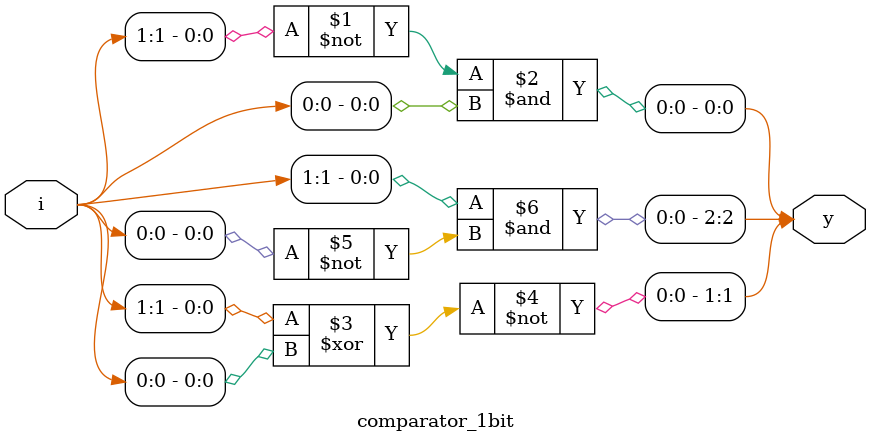
<source format=v>
 module comparator_1bit(i,y);
 	input [1:0]i;
	output [2:0]y;

	assign y[0] = (~i[1]) & i[0];
	assign y[1] = ~(i[1] ^ i[0]);
	assign y[2] = i[1] & (~i[0]);
	endmodule

</source>
